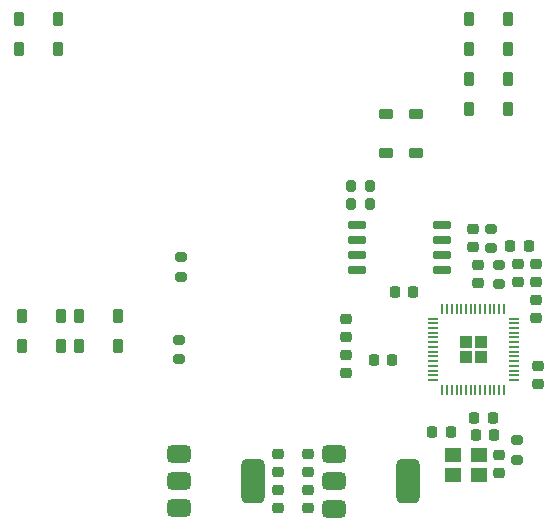
<source format=gbr>
%TF.GenerationSoftware,KiCad,Pcbnew,8.0.5*%
%TF.CreationDate,2024-10-23T01:30:23+03:00*%
%TF.ProjectId,mouse_pic,6d6f7573-655f-4706-9963-2e6b69636164,rev?*%
%TF.SameCoordinates,Original*%
%TF.FileFunction,Paste,Top*%
%TF.FilePolarity,Positive*%
%FSLAX46Y46*%
G04 Gerber Fmt 4.6, Leading zero omitted, Abs format (unit mm)*
G04 Created by KiCad (PCBNEW 8.0.5) date 2024-10-23 01:30:23*
%MOMM*%
%LPD*%
G01*
G04 APERTURE LIST*
G04 Aperture macros list*
%AMRoundRect*
0 Rectangle with rounded corners*
0 $1 Rounding radius*
0 $2 $3 $4 $5 $6 $7 $8 $9 X,Y pos of 4 corners*
0 Add a 4 corners polygon primitive as box body*
4,1,4,$2,$3,$4,$5,$6,$7,$8,$9,$2,$3,0*
0 Add four circle primitives for the rounded corners*
1,1,$1+$1,$2,$3*
1,1,$1+$1,$4,$5*
1,1,$1+$1,$6,$7*
1,1,$1+$1,$8,$9*
0 Add four rect primitives between the rounded corners*
20,1,$1+$1,$2,$3,$4,$5,0*
20,1,$1+$1,$4,$5,$6,$7,0*
20,1,$1+$1,$6,$7,$8,$9,0*
20,1,$1+$1,$8,$9,$2,$3,0*%
G04 Aperture macros list end*
%ADD10RoundRect,0.225000X0.225000X0.375000X-0.225000X0.375000X-0.225000X-0.375000X0.225000X-0.375000X0*%
%ADD11RoundRect,0.225000X0.250000X-0.225000X0.250000X0.225000X-0.250000X0.225000X-0.250000X-0.225000X0*%
%ADD12RoundRect,0.225000X0.375000X-0.225000X0.375000X0.225000X-0.375000X0.225000X-0.375000X-0.225000X0*%
%ADD13RoundRect,0.200000X-0.275000X0.200000X-0.275000X-0.200000X0.275000X-0.200000X0.275000X0.200000X0*%
%ADD14R,1.400000X1.200000*%
%ADD15RoundRect,0.250000X-0.292217X-0.292217X0.292217X-0.292217X0.292217X0.292217X-0.292217X0.292217X0*%
%ADD16RoundRect,0.050000X-0.387500X-0.050000X0.387500X-0.050000X0.387500X0.050000X-0.387500X0.050000X0*%
%ADD17RoundRect,0.050000X-0.050000X-0.387500X0.050000X-0.387500X0.050000X0.387500X-0.050000X0.387500X0*%
%ADD18RoundRect,0.200000X0.275000X-0.200000X0.275000X0.200000X-0.275000X0.200000X-0.275000X-0.200000X0*%
%ADD19RoundRect,0.225000X-0.250000X0.225000X-0.250000X-0.225000X0.250000X-0.225000X0.250000X0.225000X0*%
%ADD20RoundRect,0.225000X-0.225000X-0.250000X0.225000X-0.250000X0.225000X0.250000X-0.225000X0.250000X0*%
%ADD21RoundRect,0.375000X-0.625000X-0.375000X0.625000X-0.375000X0.625000X0.375000X-0.625000X0.375000X0*%
%ADD22RoundRect,0.500000X-0.500000X-1.400000X0.500000X-1.400000X0.500000X1.400000X-0.500000X1.400000X0*%
%ADD23RoundRect,0.225000X0.225000X0.250000X-0.225000X0.250000X-0.225000X-0.250000X0.225000X-0.250000X0*%
%ADD24RoundRect,0.225000X-0.225000X-0.375000X0.225000X-0.375000X0.225000X0.375000X-0.225000X0.375000X0*%
%ADD25RoundRect,0.200000X-0.200000X-0.275000X0.200000X-0.275000X0.200000X0.275000X-0.200000X0.275000X0*%
%ADD26RoundRect,0.150000X-0.650000X-0.150000X0.650000X-0.150000X0.650000X0.150000X-0.650000X0.150000X0*%
%ADD27RoundRect,0.200000X0.200000X0.275000X-0.200000X0.275000X-0.200000X-0.275000X0.200000X-0.275000X0*%
G04 APERTURE END LIST*
D10*
%TO.C,D1*%
X-78030000Y66726000D03*
X-81330000Y66726000D03*
%TD*%
D11*
%TO.C,C13*%
X-37516000Y44488000D03*
X-37516000Y46038000D03*
%TD*%
%TO.C,C400*%
X-59360000Y28373000D03*
X-59360000Y29923000D03*
%TD*%
D12*
%TO.C,D7*%
X-50216000Y55424000D03*
X-50216000Y58724000D03*
%TD*%
D13*
%TO.C,R4*%
X-40691000Y45961000D03*
X-40691000Y44311000D03*
%TD*%
D14*
%TO.C,Y1*%
X-44585000Y28157000D03*
X-42385000Y28157000D03*
X-42385000Y29857000D03*
X-44585000Y29857000D03*
%TD*%
D15*
%TO.C,U3*%
X-43482500Y39428500D03*
X-43482500Y38153500D03*
X-42207500Y39428500D03*
X-42207500Y38153500D03*
D16*
X-46282500Y41391000D03*
X-46282500Y40991000D03*
X-46282500Y40591000D03*
X-46282500Y40191000D03*
X-46282500Y39791000D03*
X-46282500Y39391000D03*
X-46282500Y38991000D03*
X-46282500Y38591000D03*
X-46282500Y38191000D03*
X-46282500Y37791000D03*
X-46282500Y37391000D03*
X-46282500Y36991000D03*
X-46282500Y36591000D03*
X-46282500Y36191000D03*
D17*
X-45445000Y35353500D03*
X-45045000Y35353500D03*
X-44645000Y35353500D03*
X-44245000Y35353500D03*
X-43845000Y35353500D03*
X-43445000Y35353500D03*
X-43045000Y35353500D03*
X-42645000Y35353500D03*
X-42245000Y35353500D03*
X-41845000Y35353500D03*
X-41445000Y35353500D03*
X-41045000Y35353500D03*
X-40645000Y35353500D03*
X-40245000Y35353500D03*
D16*
X-39407500Y36191000D03*
X-39407500Y36591000D03*
X-39407500Y36991000D03*
X-39407500Y37391000D03*
X-39407500Y37791000D03*
X-39407500Y38191000D03*
X-39407500Y38591000D03*
X-39407500Y38991000D03*
X-39407500Y39391000D03*
X-39407500Y39791000D03*
X-39407500Y40191000D03*
X-39407500Y40591000D03*
X-39407500Y40991000D03*
X-39407500Y41391000D03*
D17*
X-40245000Y42228500D03*
X-40645000Y42228500D03*
X-41045000Y42228500D03*
X-41445000Y42228500D03*
X-41845000Y42228500D03*
X-42245000Y42228500D03*
X-42645000Y42228500D03*
X-43045000Y42228500D03*
X-43445000Y42228500D03*
X-43845000Y42228500D03*
X-44245000Y42228500D03*
X-44645000Y42228500D03*
X-45045000Y42228500D03*
X-45445000Y42228500D03*
%TD*%
D13*
%TO.C,R3*%
X-41326000Y49009000D03*
X-41326000Y47359000D03*
%TD*%
D10*
%TO.C,D10*%
X-72950000Y41580000D03*
X-76250000Y41580000D03*
%TD*%
D18*
%TO.C,R1*%
X-67615000Y44946000D03*
X-67615000Y46596000D03*
%TD*%
D19*
%TO.C,C3*%
X-53645000Y38291000D03*
X-53645000Y36741000D03*
%TD*%
%TO.C,C300*%
X-40629680Y29835988D03*
X-40629680Y28285988D03*
%TD*%
D11*
%TO.C,C10*%
X-39040000Y44488000D03*
X-39040000Y46038000D03*
%TD*%
%TO.C,C1*%
X-56820000Y25311000D03*
X-56820000Y26861000D03*
%TD*%
D13*
%TO.C,R40*%
X-67742000Y39611000D03*
X-67742000Y37961000D03*
%TD*%
D20*
%TO.C,C6*%
X-42612258Y31535040D03*
X-41062258Y31535040D03*
%TD*%
D21*
%TO.C,U10*%
X-67742000Y29924000D03*
X-67742000Y27624000D03*
D22*
X-61442000Y27624000D03*
D21*
X-67742000Y25324000D03*
%TD*%
D11*
%TO.C,C500*%
X-42469000Y44361000D03*
X-42469000Y45911000D03*
%TD*%
D10*
%TO.C,D4*%
X-39930000Y64186000D03*
X-43230000Y64186000D03*
%TD*%
%TO.C,D5*%
X-39930000Y61646000D03*
X-43230000Y61646000D03*
%TD*%
%TO.C,D3*%
X-39930000Y66726000D03*
X-43230000Y66726000D03*
%TD*%
D23*
%TO.C,C14*%
X-47917000Y43612000D03*
X-49467000Y43612000D03*
%TD*%
D24*
%TO.C,D9*%
X-81076000Y41580000D03*
X-77776000Y41580000D03*
%TD*%
D25*
%TO.C,R100*%
X-53200000Y51105000D03*
X-51550000Y51105000D03*
%TD*%
D11*
%TO.C,C7*%
X-42850000Y47409000D03*
X-42850000Y48959000D03*
%TD*%
D10*
%TO.C,D12*%
X-72950000Y39040000D03*
X-76250000Y39040000D03*
%TD*%
D11*
%TO.C,C100*%
X-59360000Y25325000D03*
X-59360000Y26875000D03*
%TD*%
%TO.C,C4*%
X-53645000Y39789000D03*
X-53645000Y41339000D03*
%TD*%
D19*
%TO.C,C9*%
X-37389000Y37402000D03*
X-37389000Y35852000D03*
%TD*%
D10*
%TO.C,D6*%
X-39930000Y59106000D03*
X-43230000Y59106000D03*
%TD*%
D11*
%TO.C,C12*%
X-37516000Y41440000D03*
X-37516000Y42990000D03*
%TD*%
D23*
%TO.C,C200*%
X-44742000Y31801000D03*
X-46292000Y31801000D03*
%TD*%
D26*
%TO.C,U4*%
X-52673000Y49327000D03*
X-52673000Y48057000D03*
X-52673000Y46787000D03*
X-52673000Y45517000D03*
X-45473000Y45517000D03*
X-45473000Y46787000D03*
X-45473000Y48057000D03*
X-45473000Y49327000D03*
%TD*%
D10*
%TO.C,D2*%
X-78030000Y64186000D03*
X-81330000Y64186000D03*
%TD*%
D13*
%TO.C,R500*%
X-39167000Y31102000D03*
X-39167000Y29452000D03*
%TD*%
D11*
%TO.C,C2*%
X-56820000Y28359000D03*
X-56820000Y29909000D03*
%TD*%
D20*
%TO.C,C11*%
X-42735867Y32995916D03*
X-41185867Y32995916D03*
%TD*%
D21*
%TO.C,U1*%
X-54636000Y29910000D03*
X-54636000Y27610000D03*
D22*
X-48336000Y27610000D03*
D21*
X-54636000Y25310000D03*
%TD*%
D24*
%TO.C,D11*%
X-81076000Y39040000D03*
X-77776000Y39040000D03*
%TD*%
D20*
%TO.C,C8*%
X-39688000Y47549000D03*
X-38138000Y47549000D03*
%TD*%
D12*
%TO.C,D8*%
X-47676000Y55424000D03*
X-47676000Y58724000D03*
%TD*%
D23*
%TO.C,C15*%
X-49695000Y37897000D03*
X-51245000Y37897000D03*
%TD*%
D27*
%TO.C,R200*%
X-51550000Y52629000D03*
X-53200000Y52629000D03*
%TD*%
M02*

</source>
